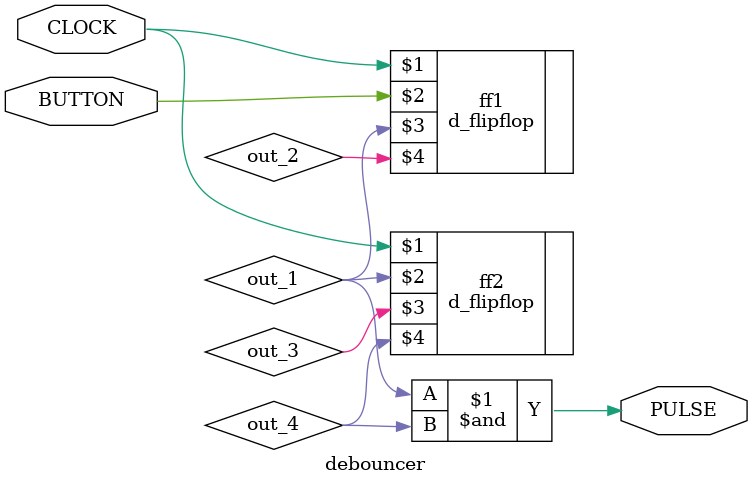
<source format=v>
`timescale 1ns / 1ps


module debouncer(
    input BUTTON,
    input CLOCK,
    output PULSE
    );
    
    wire out_1;
    wire out_2;
    wire out_3;
    wire out_4;
    
    d_flipflop ff1 (CLOCK, BUTTON, out_1, out_2);
    d_flipflop ff2 (CLOCK, out_1, out_3, out_4);
    
    assign PULSE = out_1 & out_4;
     
endmodule

</source>
